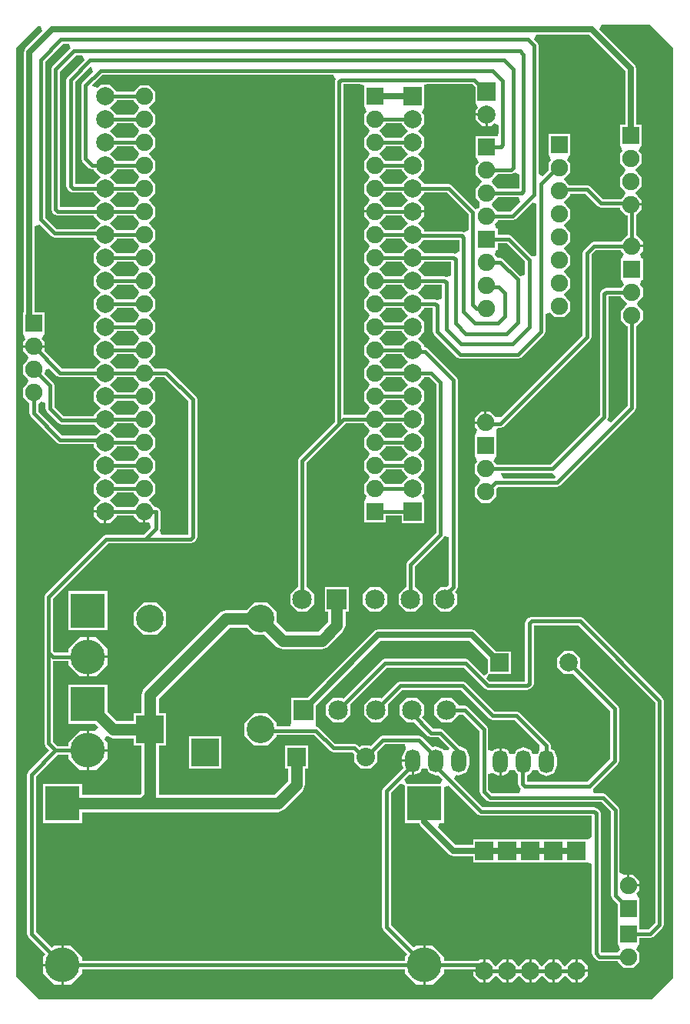
<source format=gbl>
G04*
G04 #@! TF.GenerationSoftware,Altium Limited,Altium Designer,21.3.2 (30)*
G04*
G04 Layer_Physical_Order=2*
G04 Layer_Color=16711680*
%FSTAX25Y25*%
%MOIN*%
G70*
G04*
G04 #@! TF.SameCoordinates,F71A3992-D9C6-49B2-A255-B3BA7863061E*
G04*
G04*
G04 #@! TF.FilePolarity,Positive*
G04*
G01*
G75*
%ADD33C,0.01500*%
%ADD34C,0.02500*%
%ADD35C,0.05000*%
%ADD36R,0.07500X0.07500*%
%ADD37C,0.07500*%
%ADD38C,0.15000*%
%ADD39R,0.15000X0.15000*%
%ADD40R,0.08000X0.08000*%
%ADD41C,0.08000*%
%ADD42C,0.12000*%
%ADD43R,0.12000X0.12000*%
%ADD44R,0.15000X0.15000*%
%ADD45R,0.08500X0.08500*%
%ADD46C,0.08500*%
%ADD47R,0.07500X0.07500*%
%ADD48C,0.07906*%
%ADD49R,0.07906X0.07906*%
%ADD50R,0.07906X0.07906*%
%ADD51O,0.06600X0.10000*%
G36*
X005325Y0392033D02*
X0054972Y0390311D01*
X0055863Y0389D01*
X0054972Y0387689D01*
X005325Y0385967D01*
Y0385914D01*
X0045953D01*
Y0386052D01*
X0044399Y0387605D01*
X0043096Y0389D01*
X0044399Y0390395D01*
X0045953Y0391949D01*
Y0392106D01*
X005325D01*
Y0392033D01*
D02*
G37*
G36*
Y0382032D02*
X0054972Y0380311D01*
X0055863Y0379D01*
X0054972Y0377689D01*
X005325Y0375968D01*
Y0375914D01*
X0045953D01*
Y0376051D01*
X0044399Y0377605D01*
X0043096Y0379D01*
X0044399Y0380395D01*
X0045953Y0381948D01*
Y0382125D01*
X005325D01*
Y0382032D01*
D02*
G37*
G36*
X0169547Y0381948D02*
X0171101Y0380395D01*
X0172404Y0379D01*
X0171101Y0377605D01*
X0169547Y0376051D01*
Y0375894D01*
X016275D01*
Y0375968D01*
X0161028Y0377689D01*
X0160137Y0379D01*
X0161028Y0380311D01*
X016275Y0382032D01*
Y0382106D01*
X0169547D01*
Y0381948D01*
D02*
G37*
G36*
Y0371949D02*
X0171101Y0370395D01*
X0172404Y0369D01*
X0171101Y0367605D01*
X0169547Y0366052D01*
Y0365894D01*
X016275D01*
Y0365967D01*
X0161028Y0367689D01*
X0160137Y0369D01*
X0161028Y0370311D01*
X016275Y0372032D01*
Y0372106D01*
X0169547D01*
Y0371949D01*
D02*
G37*
G36*
X005325Y0372032D02*
X0054972Y0370311D01*
X0055863Y0369D01*
X0054972Y0367689D01*
X005325Y0365967D01*
Y0365894D01*
X0045953D01*
Y0366052D01*
X0044399Y0367605D01*
X0043096Y0369D01*
X0044399Y0370395D01*
X0045953Y0371949D01*
Y0372126D01*
X005325D01*
Y0372032D01*
D02*
G37*
G36*
X0169547Y0361948D02*
X0171101Y0360395D01*
X0172404Y0359D01*
X0171101Y0357605D01*
X0169547Y0356051D01*
Y0355894D01*
X016275D01*
Y0355967D01*
X0161028Y0357689D01*
X0160137Y0359D01*
X0161028Y0360311D01*
X016275Y0362033D01*
Y0362106D01*
X0169547D01*
Y0361948D01*
D02*
G37*
G36*
X005325Y0362033D02*
X0054972Y0360311D01*
X0055863Y0359D01*
X0054972Y0357689D01*
X005325Y0355967D01*
Y0355894D01*
X0045953D01*
Y0356051D01*
X0044399Y0357605D01*
X0043096Y0359D01*
X0044399Y0360395D01*
X0045953Y0361948D01*
Y0362106D01*
X005325D01*
Y0362033D01*
D02*
G37*
G36*
X0035008Y0406516D02*
X0035667Y0404346D01*
X0031161Y0399839D01*
X0030606Y03985D01*
Y0367D01*
X0031161Y0365661D01*
X0034161Y0362661D01*
X00355Y0362106D01*
X0036047D01*
Y0361948D01*
X0037601Y0360395D01*
X0038904Y0359D01*
X0037601Y0357605D01*
X0036047Y0356051D01*
Y0355894D01*
X0027894D01*
Y0400215D01*
X0034329Y0406651D01*
X0035008Y0406516D01*
D02*
G37*
G36*
X0220606Y0359977D02*
Y0353894D01*
X021125D01*
Y0353967D01*
X0209528Y0355689D01*
X0208637Y0357D01*
X0209528Y0358311D01*
X021125Y0360033D01*
Y0360106D01*
X0217121D01*
X0218461Y0360661D01*
X0218606Y0360806D01*
X0220606Y0359977D01*
D02*
G37*
G36*
X0266565Y0404991D02*
Y038175D01*
X026425D01*
Y037225D01*
X0264704D01*
X0265532Y037025D01*
X026425Y0368968D01*
Y0365033D01*
X0265972Y0363311D01*
X0266863Y0362D01*
X0265972Y0360689D01*
X026425Y0358967D01*
Y0355032D01*
X0265972Y0353311D01*
X0266863Y0352D01*
X0265972Y0350689D01*
X0264677Y0349394D01*
X0256785D01*
X0251339Y0354839D01*
X025Y0355394D01*
X0242323D01*
X0241028Y0356689D01*
X0240137Y0358D01*
X0241028Y0359311D01*
X024275Y0361033D01*
Y0364967D01*
X0241467Y036625D01*
X0242296Y036825D01*
X024275D01*
Y037775D01*
X023325D01*
Y036825D01*
X0233704D01*
X0234532Y036625D01*
X023325Y0364967D01*
Y0361929D01*
X0230742Y0359421D01*
X0228894Y0360186D01*
Y0416D01*
X0228339Y0417339D01*
X0227114Y0418565D01*
X0227943Y0420565D01*
X0250991D01*
X0266565Y0404991D01*
D02*
G37*
G36*
X0169547Y0351948D02*
X0171101Y0350395D01*
X0172404Y0349D01*
X0171101Y0347605D01*
X0169547Y0346052D01*
Y0345894D01*
X016275D01*
Y0345968D01*
X0161028Y0347689D01*
X0160137Y0349D01*
X0161028Y0350311D01*
X016275Y0352032D01*
Y0352106D01*
X0169547D01*
Y0351948D01*
D02*
G37*
G36*
X005325Y0352032D02*
X0054972Y0350311D01*
X0055863Y0349D01*
X0054972Y0347689D01*
X005325Y0345968D01*
Y0345894D01*
X0045953D01*
Y0346052D01*
X0044399Y0347605D01*
X0043096Y0349D01*
X0044399Y0350395D01*
X0045953Y0351948D01*
Y0352106D01*
X005325D01*
Y0352032D01*
D02*
G37*
G36*
X0031927Y0409606D02*
X0024661Y0402339D01*
X0024106Y0401D01*
Y0354879D01*
X0024661Y0353539D01*
X0025539Y0352661D01*
X0026879Y0352106D01*
X0036047D01*
Y0351948D01*
X0037601Y0350395D01*
X0038904Y0349D01*
X0037601Y0347605D01*
X0036047Y0346052D01*
Y0345894D01*
X0021412D01*
Y0404733D01*
X0028285Y0411606D01*
X0031099D01*
X0031927Y0409606D01*
D02*
G37*
G36*
X0201547Y0397916D02*
Y0391047D01*
X0201715D01*
X0202543Y0389047D01*
X0201547Y0388052D01*
Y03865D01*
X02065D01*
Y0386D01*
X0207D01*
Y0381047D01*
X0208552D01*
X0209606Y0382102D01*
X0211606Y0381273D01*
Y0378603D01*
X021125Y037675D01*
X020175D01*
Y036725D01*
X0202204D01*
X0203032Y036525D01*
X020175Y0363967D01*
Y0360033D01*
X0203472Y0358311D01*
X0204363Y0357D01*
X0203472Y0355689D01*
X020175Y0353967D01*
Y0350032D01*
X0203472Y0348311D01*
Y0345727D01*
X0201834Y0344845D01*
X0191339Y0355339D01*
X019Y0355894D01*
X0179453D01*
Y0356051D01*
X0177899Y0357605D01*
X0176596Y0359D01*
X0177899Y0360395D01*
X0179453Y0361948D01*
Y0366052D01*
X0177899Y0367605D01*
X0176596Y0369D01*
X0177899Y0370395D01*
X0179453Y0371949D01*
Y0376051D01*
X0177899Y0377605D01*
X0176596Y0379D01*
X0177899Y0380395D01*
X0179453Y0381948D01*
Y0386052D01*
X0178457Y0387047D01*
X0179285Y0389047D01*
X0179453D01*
Y0397106D01*
X0179453Y0398953D01*
X0181389Y0399106D01*
X0200358D01*
X0201547Y0397916D01*
D02*
G37*
G36*
X0221084Y0348106D02*
X0216872Y0343894D01*
X021125D01*
Y0343968D01*
X0209528Y0345689D01*
X0208637Y0347D01*
X0209528Y0348311D01*
X021125Y0350032D01*
Y0350106D01*
X0220255D01*
X0221084Y0348106D01*
D02*
G37*
G36*
X0025745Y0415706D02*
X0025927Y0414606D01*
X0018178Y0406857D01*
X0017624Y0405518D01*
Y0344879D01*
X0018178Y0343539D01*
X0019057Y0342661D01*
X0020396Y0342106D01*
X0036047D01*
Y0341949D01*
X0037601Y0340395D01*
X0038904Y0339D01*
X0037601Y0337605D01*
X003639Y0336394D01*
X0019785D01*
X0014894Y0341285D01*
Y0408854D01*
X0022646Y0416606D01*
X0025314D01*
X0025745Y0415706D01*
D02*
G37*
G36*
X0169547Y0341949D02*
X0171101Y0340395D01*
X0172404Y0339D01*
X0171101Y0337605D01*
X0169547Y0336052D01*
Y0335914D01*
X016275D01*
Y0335967D01*
X0161028Y0337689D01*
X0160137Y0339D01*
X0161028Y0340311D01*
X016275Y0342033D01*
Y0342106D01*
X0169547D01*
Y0341949D01*
D02*
G37*
G36*
X005325Y0342033D02*
X0054972Y0340311D01*
X0055863Y0339D01*
X0054972Y0337689D01*
X005325Y0335967D01*
Y0335894D01*
X0045953D01*
Y0336052D01*
X0044399Y0337605D01*
X0043096Y0339D01*
X0044399Y0340395D01*
X0045953Y0341949D01*
Y0342106D01*
X005325D01*
Y0342033D01*
D02*
G37*
G36*
X0198606Y0342715D02*
Y0336023D01*
X0197909Y0335521D01*
X0196606Y0334986D01*
X0195621Y0335394D01*
X0179453D01*
Y0336052D01*
X0177899Y0337605D01*
X0176596Y0339D01*
X0177899Y0340395D01*
X0179453Y0341949D01*
Y03435D01*
X01745D01*
Y03445D01*
X0179453D01*
Y0346052D01*
X0177899Y0347605D01*
X0176596Y0349D01*
X0177899Y0350395D01*
X0179453Y0351948D01*
Y0352106D01*
X0189215D01*
X0198606Y0342715D01*
D02*
G37*
G36*
X0169547Y0331948D02*
X0171101Y0330395D01*
X0172404Y0329D01*
X0171101Y0327605D01*
X0169547Y0326051D01*
Y0325894D01*
X016275D01*
Y0325968D01*
X0161028Y0327689D01*
X0160137Y0329D01*
X0161028Y0330311D01*
X016275Y0332032D01*
Y0332125D01*
X0169547D01*
Y0331948D01*
D02*
G37*
G36*
X005325Y0332032D02*
X0054972Y0330311D01*
X0055863Y0329D01*
X0054972Y0327689D01*
X005325Y0325968D01*
Y0325894D01*
X0045953D01*
Y0326051D01*
X0044399Y0327605D01*
X0043096Y0329D01*
X0044399Y0330395D01*
X0045953Y0331948D01*
Y0332106D01*
X005325D01*
Y0332032D01*
D02*
G37*
G36*
X0194606Y0326865D02*
X0194531Y0326766D01*
X0192606Y0325693D01*
X0192121Y0325894D01*
X0179453D01*
Y0326051D01*
X0177899Y0327605D01*
X0176596Y0329D01*
X0177899Y0330395D01*
X017911Y0331606D01*
X0194606D01*
Y0326865D01*
D02*
G37*
G36*
X0228106Y0347157D02*
Y0325186D01*
X0227206Y0324755D01*
X0226106Y0324573D01*
X0217339Y0333339D01*
X0216Y0333894D01*
X021125D01*
Y033675D01*
X0210796D01*
X0209967Y033875D01*
X021125Y0340033D01*
Y0340106D01*
X0217657D01*
X0218996Y0340661D01*
X0226258Y0347922D01*
X0228106Y0347157D01*
D02*
G37*
G36*
X0223106Y0322215D02*
Y0316686D01*
X0222206Y0316255D01*
X0221106Y0316073D01*
X0213839Y0323339D01*
X02125Y0323894D01*
X021125D01*
Y0323968D01*
X0209967Y032525D01*
X0210796Y032725D01*
X021125D01*
Y0330106D01*
X0215215D01*
X0223106Y0322215D01*
D02*
G37*
G36*
X0169547Y0321949D02*
X0171101Y0320395D01*
X0172404Y0319D01*
X0171101Y0317605D01*
X0169547Y0316052D01*
Y0315894D01*
X016275D01*
Y0315967D01*
X0161028Y0317689D01*
X0160137Y0319D01*
X0161028Y0320311D01*
X016275Y0322032D01*
Y0322106D01*
X0169547D01*
Y0321949D01*
D02*
G37*
G36*
X005325Y0322032D02*
X0054972Y0320311D01*
X0055863Y0319D01*
X0054972Y0317689D01*
X005325Y0315967D01*
Y0315894D01*
X0045953D01*
Y0316052D01*
X0044399Y0317605D01*
X0043096Y0319D01*
X0044399Y0320395D01*
X0045953Y0321949D01*
Y0322106D01*
X005325D01*
Y0322032D01*
D02*
G37*
G36*
X0191106Y0316523D02*
X0190409Y0316021D01*
X0189106Y0315486D01*
X0188121Y0315894D01*
X0179453D01*
Y0316052D01*
X0177899Y0317605D01*
X0176596Y0319D01*
X0177899Y0320395D01*
X0179453Y0321949D01*
Y0322106D01*
X0191106D01*
Y0316523D01*
D02*
G37*
G36*
X0169547Y0311948D02*
X0171101Y0310395D01*
X0172404Y0309D01*
X0171101Y0307605D01*
X0169547Y0306051D01*
Y0305914D01*
X016275D01*
Y0305967D01*
X0161028Y0307689D01*
X0160137Y0309D01*
X0161028Y0310311D01*
X016275Y0312033D01*
Y0312106D01*
X0169547D01*
Y0311948D01*
D02*
G37*
G36*
X005325Y0312033D02*
X0054972Y0310311D01*
X0055863Y0309D01*
X0054972Y0307689D01*
X005325Y0305967D01*
Y0305894D01*
X0045953D01*
Y0306051D01*
X0044399Y0307605D01*
X0043096Y0309D01*
X0044399Y0310395D01*
X0045953Y0311948D01*
Y0312106D01*
X005325D01*
Y0312033D01*
D02*
G37*
G36*
X0187106Y0306523D02*
X0186409Y0306021D01*
X0185106Y0305486D01*
X0184121Y0305894D01*
X0179453D01*
Y0306051D01*
X0177899Y0307605D01*
X0176596Y0309D01*
X0177899Y0310395D01*
X0179453Y0311948D01*
Y0312106D01*
X0187106D01*
Y0306523D01*
D02*
G37*
G36*
X0169547Y0301948D02*
X0171101Y0300395D01*
X0172404Y0299D01*
X0171101Y0297605D01*
X0169547Y0296052D01*
Y0295914D01*
X016275D01*
Y0295968D01*
X0161028Y0297689D01*
X0160137Y0299D01*
X0161028Y0300311D01*
X016275Y0302032D01*
Y0302126D01*
X0169547D01*
Y0301948D01*
D02*
G37*
G36*
X005325Y0302032D02*
X0054972Y0300311D01*
X0055863Y0299D01*
X0054972Y0297689D01*
X005325Y0295968D01*
Y0295914D01*
X0045953D01*
Y0296052D01*
X0044399Y0297605D01*
X0043096Y0299D01*
X0044399Y0300395D01*
X0045953Y0301948D01*
Y0302106D01*
X005325D01*
Y0302032D01*
D02*
G37*
G36*
X0169547Y0291949D02*
X0171101Y0290395D01*
X0172404Y0289D01*
X0171101Y0287605D01*
X0169547Y0286052D01*
Y0285914D01*
X016275D01*
Y0285967D01*
X0161028Y0287689D01*
X0160137Y0289D01*
X0161028Y0290311D01*
X016275Y0292033D01*
Y0292126D01*
X0169547D01*
Y0291949D01*
D02*
G37*
G36*
X005325Y0292033D02*
X0054972Y0290311D01*
X0055863Y0289D01*
X0054972Y0287689D01*
X005325Y0285967D01*
Y0285894D01*
X0045953D01*
Y0286052D01*
X0044399Y0287605D01*
X0043096Y0289D01*
X0044399Y0290395D01*
X0045953Y0291949D01*
Y0292126D01*
X005325D01*
Y0292033D01*
D02*
G37*
G36*
X0169547Y0281948D02*
X0171101Y0280395D01*
X0172404Y0279D01*
X0171101Y0277605D01*
X0169547Y0276051D01*
Y0275914D01*
X016275D01*
Y0275968D01*
X0161028Y0277689D01*
X0160137Y0279D01*
X0161028Y0280311D01*
X016275Y0282032D01*
Y0282125D01*
X0169547D01*
Y0281948D01*
D02*
G37*
G36*
X005325Y0282032D02*
X0054972Y0280311D01*
X0055863Y0279D01*
X0054972Y0277689D01*
X005325Y0275968D01*
Y0275894D01*
X0045953D01*
Y0276051D01*
X0044399Y0277605D01*
X0043096Y0279D01*
X0044399Y0280395D01*
X0045953Y0281948D01*
Y0282106D01*
X005325D01*
Y0282032D01*
D02*
G37*
G36*
X0169547Y0271949D02*
X0171101Y0270395D01*
X0172404Y0269D01*
X0171101Y0267605D01*
X0169547Y0266052D01*
Y0265894D01*
X016275D01*
Y0265967D01*
X0161028Y0267689D01*
X0160137Y0269D01*
X0161028Y0270311D01*
X016275Y0272032D01*
Y0272126D01*
X0169547D01*
Y0271949D01*
D02*
G37*
G36*
X005325Y0272032D02*
X0054972Y0270311D01*
X0055863Y0269D01*
X0054972Y0267689D01*
X005325Y0265967D01*
Y0265673D01*
X0045953D01*
Y0266052D01*
X0044399Y0267605D01*
X0043096Y0269D01*
X0044399Y0270395D01*
X0045953Y0271949D01*
Y0272106D01*
X005325D01*
Y0272032D01*
D02*
G37*
G36*
X0054972Y0260311D02*
X0055863Y0259D01*
X0054972Y0257689D01*
X005325Y0255967D01*
Y0255914D01*
X0045953D01*
Y0256051D01*
X0044399Y0257605D01*
X0043096Y0259D01*
X0044399Y0260395D01*
X0045889Y0261885D01*
X0053398D01*
X0054972Y0260311D01*
D02*
G37*
G36*
X0169547Y0261948D02*
X0171101Y0260395D01*
X0172404Y0259D01*
X0171101Y0257605D01*
X0169547Y0256051D01*
Y0255894D01*
X016275D01*
Y0255967D01*
X0161028Y0257689D01*
X0160137Y0259D01*
X0161028Y0260311D01*
X016275Y0262033D01*
Y0262106D01*
X0169547D01*
Y0261948D01*
D02*
G37*
G36*
X015325Y039875D02*
X015325Y0397106D01*
Y038925D01*
X0153704D01*
X0154533Y038725D01*
X015325Y0385967D01*
Y0382032D01*
X0154972Y0380311D01*
X0155863Y0379D01*
X0154972Y0377689D01*
X015325Y0375968D01*
Y0372032D01*
X0154972Y0370311D01*
X0155863Y0369D01*
X0154972Y0367689D01*
X015325Y0365967D01*
Y0362033D01*
X0154972Y0360311D01*
X0155863Y0359D01*
X0154972Y0357689D01*
X015325Y0355967D01*
Y0352032D01*
X0154972Y0350311D01*
X0155863Y0349D01*
X0154972Y0347689D01*
X015325Y0345968D01*
Y03445D01*
X0158D01*
Y03435D01*
X015325D01*
Y0342033D01*
X0154972Y0340311D01*
X0155863Y0339D01*
X0154972Y0337689D01*
X015325Y0335967D01*
Y0332032D01*
X0154972Y0330311D01*
X0155863Y0329D01*
X0154972Y0327689D01*
X015325Y0325968D01*
Y0322032D01*
X0154972Y0320311D01*
X0155863Y0319D01*
X0154972Y0317689D01*
X015325Y0315967D01*
Y0312033D01*
X0154972Y0310311D01*
X0155863Y0309D01*
X0154972Y0307689D01*
X015325Y0305967D01*
Y0302032D01*
X0154972Y0300311D01*
X0155863Y0299D01*
X0154972Y0297689D01*
X015325Y0295968D01*
Y0292033D01*
X0154972Y0290311D01*
X0155863Y0289D01*
X0154972Y0287689D01*
X015325Y0285967D01*
Y0282032D01*
X0154972Y0280311D01*
X0155863Y0279D01*
X0154972Y0277689D01*
X015325Y0275968D01*
Y0272032D01*
X0154972Y0270311D01*
X0155863Y0269D01*
X0154972Y0267689D01*
X015325Y0265967D01*
Y0262033D01*
X0154972Y0260311D01*
X0155863Y0259D01*
X0154972Y0257689D01*
X015325Y0255967D01*
Y0255894D01*
X01445D01*
X0144394Y0255965D01*
Y0399106D01*
X0151397D01*
X015325Y039875D01*
D02*
G37*
G36*
X0020161Y0272661D02*
X00215Y0272106D01*
X0036047D01*
Y0271949D01*
X0037601Y0270395D01*
X0038904Y0269D01*
X0037601Y0267605D01*
X0036047Y0266052D01*
Y0261948D01*
X0037601Y0260395D01*
X0038904Y0259D01*
X0037601Y0257605D01*
X0036047Y0256051D01*
Y0255394D01*
X0022785D01*
X0018894Y0259285D01*
Y02685D01*
X0018339Y0269839D01*
X0014784Y0273395D01*
X0015011Y0275351D01*
X001675Y0276071D01*
X0020161Y0272661D01*
D02*
G37*
G36*
X02875Y0415D02*
Y0012D01*
X0278Y00025D01*
X00125D01*
X00025Y00125D01*
Y0415D01*
X001188Y042438D01*
X0012957Y0424229D01*
X0013666Y0422111D01*
X0006278Y0414722D01*
X0005565Y0413D01*
Y030025D01*
X000525D01*
Y029075D01*
X0005704D01*
X0006532Y028875D01*
X000525Y0287468D01*
Y0286D01*
X001D01*
X001475D01*
Y0287468D01*
X0013467Y028875D01*
X0014296Y029075D01*
X001475D01*
Y030025D01*
X0010435D01*
Y0337557D01*
X0012435Y0338386D01*
X0017661Y0333161D01*
X0019Y0332606D01*
X0036047D01*
Y0331948D01*
X0037601Y0330395D01*
X0038904Y0329D01*
X0037601Y0327605D01*
X0036047Y0326051D01*
Y0321949D01*
X0037601Y0320395D01*
X0038904Y0319D01*
X0037601Y0317605D01*
X0036047Y0316052D01*
Y0311948D01*
X0037601Y0310395D01*
X0038904Y0309D01*
X0037601Y0307605D01*
X0036047Y0306051D01*
Y0301948D01*
X0037601Y0300395D01*
X0038904Y0299D01*
X0037601Y0297605D01*
X0036047Y0296052D01*
Y0291949D01*
X0037601Y0290395D01*
X0038904Y0289D01*
X0037601Y0287605D01*
X0036047Y0286052D01*
Y0281948D01*
X0037601Y0280395D01*
X0038904Y0279D01*
X0037601Y0277605D01*
X0036047Y0276051D01*
Y0275894D01*
X0022285D01*
X0014698Y0283481D01*
X001475Y0283533D01*
Y0285D01*
X001D01*
X000525D01*
Y0283533D01*
X0006972Y0281811D01*
X0007863Y02805D01*
X0006972Y0279189D01*
X000525Y0277467D01*
Y0273533D01*
X0006972Y0271811D01*
X0007863Y02705D01*
X0006972Y0269189D01*
X000525Y0267467D01*
Y0263532D01*
X0008032Y026075D01*
X0008106D01*
Y02565D01*
X0008661Y0255161D01*
X0020161Y0243661D01*
X00215Y0243106D01*
X0036047D01*
Y0241949D01*
X0037601Y0240395D01*
X0038904Y0239D01*
X0037601Y0237605D01*
X0036047Y0236052D01*
Y0231948D01*
X0037601Y0230395D01*
X0038904Y0229D01*
X0037601Y0227605D01*
X0036047Y0226051D01*
Y0221949D01*
X0037601Y0220395D01*
X0038904Y0219D01*
X0037601Y0217605D01*
X0036047Y0216052D01*
Y02145D01*
X0041D01*
Y0214D01*
X00415D01*
Y0209047D01*
X0043051D01*
X0045953Y0211948D01*
Y0212106D01*
X005325D01*
Y0212033D01*
X0056033Y020925D01*
X00575D01*
Y0214D01*
X00585D01*
Y020925D01*
X0059967D01*
X0060495Y0209032D01*
X0060752Y0206931D01*
X0057715Y0203894D01*
X00415D01*
X0040161Y0203339D01*
X0015161Y0178339D01*
X0014606Y0177D01*
Y0152879D01*
Y01135D01*
X0015161Y0112161D01*
X0016821Y01105D01*
X0007661Y0101339D01*
X0007106Y01D01*
Y0031D01*
X0007661Y0029661D01*
X001515Y0022171D01*
X0014Y0021021D01*
Y0018D01*
X0022D01*
Y0026D01*
X0018979D01*
X0017829Y002485D01*
X0010894Y0031785D01*
Y0099215D01*
X0020285Y0108606D01*
X0025D01*
Y0106979D01*
X0029979Y0102D01*
X0033D01*
Y01105D01*
Y0119D01*
X0029979D01*
X0025Y0114021D01*
Y0112394D01*
X0020285D01*
X0018394Y0114285D01*
Y0149106D01*
X0025D01*
Y0147479D01*
X0029979Y01425D01*
X0033D01*
Y0151D01*
Y01595D01*
X0029979D01*
X0025Y0154521D01*
Y0152894D01*
X0019163D01*
X0018394Y0153663D01*
Y0176215D01*
X0042285Y0200106D01*
X0078121D01*
X0079461Y0200661D01*
X0080339Y0201539D01*
X0080894Y0202879D01*
Y02625D01*
X0080339Y0263839D01*
X0068839Y027534D01*
X00675Y0275894D01*
X006275D01*
Y0275968D01*
X0061028Y0277689D01*
X0060137Y0279D01*
X0061028Y0280311D01*
X006275Y0282032D01*
Y0285967D01*
X0061028Y0287689D01*
X0060137Y0289D01*
X0061028Y0290311D01*
X006275Y0292033D01*
Y0295968D01*
X0061028Y0297689D01*
X0060137Y0299D01*
X0061028Y0300311D01*
X006275Y0302032D01*
Y0305967D01*
X0061028Y0307689D01*
X0060137Y0309D01*
X0061028Y0310311D01*
X006275Y0312033D01*
Y0315967D01*
X0061028Y0317689D01*
X0060137Y0319D01*
X0061028Y0320311D01*
X006275Y0322032D01*
Y0325968D01*
X0061028Y0327689D01*
X0060137Y0329D01*
X0061028Y0330311D01*
X006275Y0332032D01*
Y0335967D01*
X0061028Y0337689D01*
X0060137Y0339D01*
X0061028Y0340311D01*
X006275Y0342033D01*
Y0345968D01*
X0061028Y0347689D01*
X0060137Y0349D01*
X0061028Y0350311D01*
X006275Y0352032D01*
Y0355967D01*
X0061028Y0357689D01*
X0060137Y0359D01*
X0061028Y0360311D01*
X006275Y0362033D01*
Y0365967D01*
X0061028Y0367689D01*
X0060137Y0369D01*
X0061028Y0370311D01*
X006275Y0372032D01*
Y0375968D01*
X0061028Y0377689D01*
X0060137Y0379D01*
X0061028Y0380311D01*
X006275Y0382032D01*
Y0385967D01*
X0061028Y0387689D01*
X0060137Y0389D01*
X0061028Y0390311D01*
X006275Y0392033D01*
Y0395968D01*
X0059967Y039875D01*
X0056033D01*
X005325Y0395968D01*
Y0395894D01*
X0045953D01*
Y0396052D01*
X0043051Y0398953D01*
X0038949D01*
X0037732Y0397736D01*
X0035491Y0398324D01*
X0035384Y0398706D01*
X0039785Y0403106D01*
X0139977D01*
X0140479Y0402409D01*
X0141014Y0401106D01*
X0140606Y0400121D01*
Y0252785D01*
X0125161Y0237339D01*
X0124606Y0236D01*
Y018125D01*
X0124325D01*
X012125Y0178175D01*
Y0173825D01*
X0124325Y017075D01*
X0128675D01*
X013175Y0173825D01*
Y0178175D01*
X0128675Y018125D01*
X0128394D01*
Y0235215D01*
X0143839Y0250661D01*
X0143839Y0250661D01*
X0145285Y0252106D01*
X015325D01*
Y0252032D01*
X0154972Y0250311D01*
X0155863Y0249D01*
X0154972Y0247689D01*
X015325Y0245968D01*
Y0242033D01*
X0154972Y0240311D01*
X0155863Y0239D01*
X0154972Y0237689D01*
X015325Y0235967D01*
Y0232032D01*
X0154972Y0230311D01*
X0155863Y0229D01*
X0154972Y0227689D01*
X015325Y0225968D01*
Y0222032D01*
X0154533Y022075D01*
X0153704Y021875D01*
X015325D01*
Y020925D01*
X016275D01*
Y0212106D01*
X0169547D01*
Y0209047D01*
X0179453D01*
Y0218953D01*
X0179285D01*
X0178457Y0220953D01*
X0179453Y0221949D01*
Y0226051D01*
X0177899Y0227605D01*
X0176596Y0229D01*
X0177899Y0230395D01*
X0179453Y0231948D01*
Y0236052D01*
X0177899Y0237605D01*
X0176596Y0239D01*
X0177899Y0240395D01*
X0179453Y0241949D01*
Y0246052D01*
X0177899Y0247605D01*
X0176596Y0249D01*
X0177899Y0250395D01*
X0179453Y0251948D01*
Y0256051D01*
X0177899Y0257605D01*
X0176596Y0259D01*
X0177899Y0260395D01*
X0179453Y0261948D01*
Y0266052D01*
X0177899Y0267605D01*
X0176596Y0269D01*
X0177899Y0270395D01*
X0179453Y0271949D01*
Y0272106D01*
X0181715D01*
X0184606Y0269215D01*
Y0204785D01*
X0172661Y0192839D01*
X0172514Y0192486D01*
X0172161Y0192339D01*
X0171606Y0191D01*
Y018125D01*
X0171325D01*
X016825Y0178175D01*
Y0173825D01*
X0171325Y017075D01*
X0175675D01*
X017875Y0173825D01*
Y0178175D01*
X0175675Y018125D01*
X0175394D01*
Y0190215D01*
X0187839Y0202661D01*
X0188106Y0203304D01*
X0190106Y0202906D01*
Y0182179D01*
X0189177Y018125D01*
X0186325D01*
X018325Y0178175D01*
Y0173825D01*
X0186325Y017075D01*
X0190675D01*
X019375Y0173825D01*
Y0178175D01*
X0192605Y017932D01*
X0193339Y0180055D01*
X0193894Y0181394D01*
Y0271D01*
X0193339Y0272339D01*
X0180975Y0284703D01*
X0179636Y0285258D01*
X0179453D01*
Y0286052D01*
X0177899Y0287605D01*
X0176596Y0289D01*
X0177899Y0290395D01*
X0179453Y0291949D01*
Y0296052D01*
X0177899Y0297605D01*
X0176596Y0299D01*
X0177899Y0300395D01*
X0179453Y0301948D01*
Y0302106D01*
X0183106D01*
Y0292D01*
X0183661Y0290661D01*
X0193661Y0280661D01*
X0195Y0280106D01*
X022D01*
X0221339Y0280661D01*
X0231339Y0290661D01*
X0231894Y0292D01*
Y029956D01*
X0233894Y0300388D01*
X0236033Y029825D01*
X0239967D01*
X024275Y0301032D01*
Y0304967D01*
X0241028Y0306689D01*
X0240137Y0308D01*
X0241028Y0309311D01*
X024275Y0311033D01*
Y0314967D01*
X0241028Y0316689D01*
X0240137Y0318D01*
X0241028Y0319311D01*
X024275Y0321033D01*
Y0324968D01*
X0241028Y0326689D01*
X0240137Y0328D01*
X0241028Y0329311D01*
X024275Y0331032D01*
Y0334967D01*
X0241028Y0336689D01*
X0240137Y0338D01*
X0241028Y0339311D01*
X024275Y0341033D01*
Y0344968D01*
X0241028Y0346689D01*
X0240137Y0348D01*
X0241028Y0349311D01*
X024275Y0351032D01*
Y0351606D01*
X0249215D01*
X0254661Y0346161D01*
X0256Y0345606D01*
X026425D01*
Y0345033D01*
X0267033Y034225D01*
X0267606D01*
Y033375D01*
X0267532D01*
X026475Y0330967D01*
Y0330894D01*
X0253D01*
X0251661Y0330339D01*
X0248661Y0327339D01*
X0248106Y0326D01*
Y0290285D01*
X0212615Y0254794D01*
X0210186Y0255031D01*
X0207967Y025725D01*
X02065D01*
Y02525D01*
X0206D01*
Y0252D01*
X020125D01*
Y0250533D01*
X0202533Y024925D01*
X0201704Y024725D01*
X020125D01*
Y023775D01*
X0201704D01*
X0202533Y023575D01*
X020125Y0234468D01*
Y0230533D01*
X0202972Y0228811D01*
X0203863Y02275D01*
X0202972Y0226189D01*
X020125Y0224467D01*
Y0220532D01*
X0204032Y021775D01*
X0207967D01*
X021075Y0220532D01*
Y0224071D01*
X0211285Y0224606D01*
X0237D01*
X0238339Y0225161D01*
X0270839Y0257661D01*
X0271394Y0259D01*
Y029425D01*
X0271467D01*
X027425Y0297032D01*
Y0300968D01*
X0272528Y0302689D01*
X0271637Y0304D01*
X0272528Y0305311D01*
X027425Y0307032D01*
Y0310967D01*
X0272968Y031225D01*
X0273796Y031425D01*
X027425D01*
Y032375D01*
X0273796D01*
X0272968Y032575D01*
X027425Y0327032D01*
Y03285D01*
X02695D01*
Y03295D01*
X027425D01*
Y0330967D01*
X0271467Y033375D01*
X0271394D01*
Y0342677D01*
X027375Y0345033D01*
Y03465D01*
X0269D01*
Y03475D01*
X027375D01*
Y0348968D01*
X0272028Y0350689D01*
X0271137Y0352D01*
X0272028Y0353311D01*
X027375Y0355032D01*
Y0358967D01*
X0272028Y0360689D01*
X0271137Y0362D01*
X0272028Y0363311D01*
X027375Y0365033D01*
Y0368968D01*
X0272467Y037025D01*
X0273296Y037225D01*
X027375D01*
Y038175D01*
X0271435D01*
Y0406D01*
X0270722Y0407722D01*
X0255444Y0423D01*
X0256273Y0425D01*
X02775D01*
X02875Y0415D01*
D02*
G37*
G36*
X026475Y0307032D02*
X0266472Y0305311D01*
X0267363Y0304D01*
X0266472Y0302689D01*
X026475Y0300968D01*
Y0297032D01*
X0267532Y029425D01*
X0267606D01*
Y0259785D01*
X0260385Y0252564D01*
X0258839Y0253661D01*
X0259394Y0255D01*
Y0307106D01*
X026475D01*
Y0307032D01*
D02*
G37*
G36*
X0015106Y0260836D02*
Y02585D01*
X0015661Y0257161D01*
X0020661Y0252161D01*
X0022Y0251606D01*
X003639D01*
X0037601Y0250395D01*
X0038904Y0249D01*
X0037601Y0247605D01*
X003689Y0246894D01*
X0022285D01*
X0011894Y0257285D01*
Y0260487D01*
X0013333Y0261609D01*
X0015106Y0260836D01*
D02*
G37*
G36*
X005325Y0252032D02*
X0054972Y0250311D01*
X0055863Y0249D01*
X0054972Y0247689D01*
X005325Y0245968D01*
Y0245914D01*
X0045953D01*
Y0246052D01*
X0044399Y0247605D01*
X0043096Y0249D01*
X0044399Y0250395D01*
X0045953Y0251948D01*
Y0252126D01*
X005325D01*
Y0252032D01*
D02*
G37*
G36*
X0169547Y0251948D02*
X0171101Y0250395D01*
X0172404Y0249D01*
X0171101Y0247605D01*
X0169547Y0246052D01*
Y0245894D01*
X016275D01*
Y0245968D01*
X0161028Y0247689D01*
X0160137Y0249D01*
X0161028Y0250311D01*
X016275Y0252032D01*
Y0252106D01*
X0169547D01*
Y0251948D01*
D02*
G37*
G36*
Y0241949D02*
X0171101Y0240395D01*
X0172404Y0239D01*
X0171101Y0237605D01*
X0169547Y0236052D01*
Y0235894D01*
X016275D01*
Y0235967D01*
X0161028Y0237689D01*
X0160137Y0239D01*
X0161028Y0240311D01*
X016275Y0242033D01*
Y0242106D01*
X0169547D01*
Y0241949D01*
D02*
G37*
G36*
X005325Y0242033D02*
X0054972Y0240311D01*
X0055863Y0239D01*
X0054972Y0237689D01*
X005325Y0235967D01*
Y0235894D01*
X0045953D01*
Y0236052D01*
X0044399Y0237605D01*
X0043096Y0239D01*
X0044399Y0240395D01*
X0045953Y0241949D01*
Y0242126D01*
X005325D01*
Y0242033D01*
D02*
G37*
G36*
X026475Y0327032D02*
X0266033Y032575D01*
X0265204Y032375D01*
X026475D01*
Y031425D01*
X0265204D01*
X0266033Y031225D01*
X026475Y0310967D01*
Y0310894D01*
X0258379D01*
X0257039Y0310339D01*
X0256161Y0309461D01*
X0255606Y0308121D01*
Y0255785D01*
X0234215Y0234394D01*
X021075D01*
Y0234468D01*
X0209468Y023575D01*
X0210296Y023775D01*
X021075D01*
Y024725D01*
X021075D01*
X021058Y024925D01*
X0211225Y0250106D01*
X02125D01*
X0213839Y0250661D01*
X0251339Y0288161D01*
X0251894Y02895D01*
Y0325215D01*
X0253785Y0327106D01*
X026475D01*
Y0327032D01*
D02*
G37*
G36*
X0236393Y0229018D02*
X0235906Y0228394D01*
X0213616D01*
X0212547Y0230394D01*
X0212689Y0230606D01*
X0235D01*
X023514Y0230664D01*
X0236393Y0229018D01*
D02*
G37*
G36*
X0169547Y0231948D02*
X0171101Y0230395D01*
X0172404Y0229D01*
X0171101Y0227605D01*
X0169547Y0226051D01*
Y0225914D01*
X016275D01*
Y0225968D01*
X0161028Y0227689D01*
X0160137Y0229D01*
X0161028Y0230311D01*
X016275Y0232032D01*
Y0232106D01*
X0169547D01*
Y0231948D01*
D02*
G37*
G36*
X005325Y0232032D02*
X0054972Y0230311D01*
X0055863Y0229D01*
X0054972Y0227689D01*
X005325Y0225968D01*
Y0225894D01*
X0045953D01*
Y0226051D01*
X0044399Y0227605D01*
X0043096Y0229D01*
X0044399Y0230395D01*
X0045953Y0231948D01*
Y0232106D01*
X005325D01*
Y0232032D01*
D02*
G37*
G36*
Y0222032D02*
X0054972Y0220311D01*
X0055863Y0219D01*
X0054972Y0217689D01*
X005325Y0215967D01*
Y0215894D01*
X0045953D01*
Y0216052D01*
X0044399Y0217605D01*
X0043096Y0219D01*
X0044399Y0220395D01*
X0045953Y0221949D01*
Y0222106D01*
X005325D01*
Y0222032D01*
D02*
G37*
G36*
X0077106Y0261715D02*
Y0203894D01*
X0065686D01*
X0065152Y0204642D01*
X0064643Y0205894D01*
X0064894Y02065D01*
Y0214D01*
X0064339Y0215339D01*
X0063Y0215894D01*
X006275D01*
Y0215967D01*
X0061028Y0217689D01*
X0060137Y0219D01*
X0061028Y0220311D01*
X006275Y0222032D01*
Y0225968D01*
X0061028Y0227689D01*
X0060137Y0229D01*
X0061028Y0230311D01*
X006275Y0232032D01*
Y0235967D01*
X0061028Y0237689D01*
X0060137Y0239D01*
X0061028Y0240311D01*
X006275Y0242033D01*
Y0245968D01*
X0061028Y0247689D01*
X0060137Y0249D01*
X0061028Y0250311D01*
X006275Y0252032D01*
Y0255967D01*
X0061028Y0257689D01*
X0060137Y0259D01*
X0061028Y0260311D01*
X006275Y0262033D01*
Y0265967D01*
X0061028Y0267689D01*
X0060137Y0269D01*
X0061028Y0270311D01*
X006275Y0272032D01*
Y0272106D01*
X0066715D01*
X0077106Y0261715D01*
D02*
G37*
%LPC*%
G36*
X0206Y03855D02*
X0201547D01*
Y0383948D01*
X0204449Y0381047D01*
X0206D01*
Y03855D01*
D02*
G37*
G36*
X02055Y025725D02*
X0204032D01*
X020125Y0254468D01*
Y0253D01*
X02055D01*
Y025725D01*
D02*
G37*
G36*
X00405Y02135D02*
X0036047D01*
Y0211948D01*
X0038949Y0209047D01*
X00405D01*
Y02135D01*
D02*
G37*
G36*
X0160175Y018125D02*
X0155825D01*
X015275Y0178175D01*
Y0173825D01*
X0155825Y017075D01*
X0160175D01*
X016325Y0173825D01*
Y0178175D01*
X0160175Y018125D01*
D02*
G37*
G36*
X0042Y01795D02*
X0025D01*
Y01625D01*
X0042D01*
Y01795D01*
D02*
G37*
G36*
X014675Y018125D02*
X013625D01*
Y017075D01*
X0137712D01*
Y0166069D01*
X0133431Y0161788D01*
X0119569D01*
X01155Y0165858D01*
Y0170399D01*
X0111399Y01745D01*
X0105601D01*
X0102389Y0171288D01*
X00935D01*
X0090821Y0170179D01*
X0057821Y0137179D01*
X0056712Y01345D01*
Y01265D01*
X00535D01*
Y0123288D01*
X0046069D01*
X0042Y0127358D01*
Y0139D01*
X0025D01*
Y0122D01*
X0036642D01*
X0038082Y012056D01*
X0036814Y0119D01*
X0034D01*
Y0111D01*
X0042D01*
Y0114021D01*
X004076Y0115261D01*
X0041821Y0116821D01*
X00445Y0115712D01*
X00535D01*
Y01125D01*
X0056712D01*
Y0092069D01*
X0055931Y0091288D01*
X0031D01*
Y0096D01*
X0014D01*
Y0079D01*
X0031D01*
Y0083712D01*
X0116D01*
X0118679Y0084821D01*
X0126679Y0092821D01*
X0127788Y00955D01*
Y01025D01*
X0129D01*
Y01125D01*
X0119D01*
Y01025D01*
X0120212D01*
Y0097069D01*
X0114431Y0091288D01*
X0064288D01*
Y01125D01*
X00675D01*
Y01265D01*
X0064288D01*
Y0132931D01*
X0095069Y0163712D01*
X0102389D01*
X0105601Y01605D01*
X0110142D01*
X0115321Y0155321D01*
X0118Y0154212D01*
X0135D01*
X0137679Y0155321D01*
X0144179Y0161821D01*
X0145288Y01645D01*
Y017075D01*
X014675D01*
Y018125D01*
D02*
G37*
G36*
X0063399Y01745D02*
X00576D01*
X00535Y0170399D01*
Y0164601D01*
X00576Y01605D01*
X0063399D01*
X00675Y0164601D01*
Y0170399D01*
X0063399Y01745D01*
D02*
G37*
G36*
X0037021Y01595D02*
X0034D01*
Y01515D01*
X0042D01*
Y0154521D01*
X0037021Y01595D01*
D02*
G37*
G36*
X0042Y01505D02*
X0034D01*
Y01425D01*
X0037021D01*
X0042Y0147479D01*
Y01505D01*
D02*
G37*
G36*
X0247Y0168394D02*
X0225879D01*
X0224539Y0167839D01*
X0223661Y0166961D01*
X0223106Y0165621D01*
Y0140394D01*
X0207785D01*
X0206423Y0141756D01*
X020751Y0143497D01*
X0216953D01*
Y0153403D01*
X0210491D01*
X0201672Y0162222D01*
X019995Y0162935D01*
X01595D01*
X0157778Y0162222D01*
X0128806Y013325D01*
X012175D01*
Y0122894D01*
X012175Y012275D01*
X0121402Y0120894D01*
X01155D01*
Y0122399D01*
X0111399Y01265D01*
X0105601D01*
X01015Y0122399D01*
Y0116601D01*
X0105601Y01125D01*
X0111399D01*
X01155Y0116601D01*
Y0117106D01*
X0131715D01*
X0138661Y0110161D01*
X014Y0109606D01*
X0148377D01*
X0149Y0108982D01*
Y0105429D01*
X0151929Y01025D01*
X0156071D01*
X0159Y0105429D01*
Y0109571D01*
X0158875Y0109696D01*
X0162285Y0113106D01*
X0171088D01*
X0171486Y0111106D01*
X0171209Y0110991D01*
X0169846Y01077D01*
Y01065D01*
X01745D01*
Y0106D01*
X0175D01*
Y0099853D01*
X0177791Y0101009D01*
X0178418Y0102522D01*
X0180582D01*
X0181209Y0101009D01*
X01845Y0099646D01*
X0185331Y009999D01*
X0187321Y0098D01*
X0186493Y0096D01*
X0171707D01*
X0170793Y0097914D01*
X0173103Y0100224D01*
X0174Y0099853D01*
Y01055D01*
X0169846D01*
Y01043D01*
X0170424Y0102903D01*
X0161661Y0094139D01*
X0161106Y00928D01*
Y0034D01*
X0161661Y0032661D01*
X017215Y0022171D01*
X0171Y0021021D01*
Y0019394D01*
X0031D01*
Y0021021D01*
X0026021Y0026D01*
X0023D01*
Y00175D01*
Y0009D01*
X0026021D01*
X0031Y0013979D01*
Y0015606D01*
X0171D01*
Y0013979D01*
X0175979Y0009D01*
X0179D01*
Y00175D01*
Y0026D01*
X0175979D01*
X0174829Y002485D01*
X0164894Y0034785D01*
Y0092015D01*
X0169086Y0096207D01*
X0171Y0095293D01*
Y0079D01*
X0177272D01*
X0177778Y0077778D01*
X0190278Y0065278D01*
X0192Y0064565D01*
X0200547D01*
Y0062047D01*
X0210453D01*
Y0062047D01*
X0210547D01*
Y0062047D01*
X0220453D01*
Y0062047D01*
X0220547D01*
Y0062047D01*
X0230453D01*
Y0062047D01*
X0230547D01*
Y0062047D01*
X0240453D01*
Y0062047D01*
X0240547D01*
Y0062047D01*
X0250106D01*
X0250453Y0062047D01*
X0252106Y006121D01*
Y00225D01*
X0252661Y0021161D01*
X0254161Y0019661D01*
X02555Y0019106D01*
X026325D01*
Y0019033D01*
X0266033Y001625D01*
X0269968D01*
X027275Y0019033D01*
Y0022967D01*
X0271467Y002425D01*
X0272296Y002625D01*
X027275D01*
Y0029106D01*
X02775D01*
X0278839Y0029661D01*
X0282839Y0033661D01*
X0283394Y0035D01*
Y0132D01*
X0282839Y0133339D01*
X0248339Y0167839D01*
X0247Y0168394D01*
D02*
G37*
G36*
X00915Y01165D02*
X00775D01*
Y01025D01*
X00915D01*
Y01165D01*
D02*
G37*
G36*
X0042Y011D02*
X0034D01*
Y0102D01*
X0037021D01*
X0042Y0106979D01*
Y011D01*
D02*
G37*
G36*
X0235Y0019953D02*
X0233449D01*
X0231895Y0018399D01*
X02305Y0017096D01*
X0229105Y0018399D01*
X0227552Y0019953D01*
X0226D01*
Y0015D01*
Y0010047D01*
X0227552D01*
X0229105Y0011601D01*
X02305Y0012904D01*
X0231895Y0011601D01*
X0233449Y0010047D01*
X0235D01*
Y0015D01*
Y0019953D01*
D02*
G37*
G36*
X0225D02*
X0223448D01*
X0221895Y0018399D01*
X02205Y0017096D01*
X0219105Y0018399D01*
X0217551Y0019953D01*
X0216D01*
Y0015D01*
Y0010047D01*
X0217551D01*
X0219105Y0011601D01*
X02205Y0012904D01*
X0221895Y0011601D01*
X0223448Y0010047D01*
X0225D01*
Y0015D01*
Y0019953D01*
D02*
G37*
G36*
X0215D02*
X0213449D01*
X0211895Y0018399D01*
X02105Y0017096D01*
X0209105Y0018399D01*
X0207552Y0019953D01*
X0206D01*
Y0015D01*
Y0010047D01*
X0207552D01*
X0209105Y0011601D01*
X02105Y0012904D01*
X0211895Y0011601D01*
X0213449Y0010047D01*
X0215D01*
Y0015D01*
Y0019953D01*
D02*
G37*
G36*
X0245D02*
X0243448D01*
X0241895Y0018399D01*
X02405Y0017096D01*
X0239105Y0018399D01*
X0237551Y0019953D01*
X0236D01*
Y0015D01*
Y0010047D01*
X0237551D01*
X0239105Y0011601D01*
X02405Y0012904D01*
X0241895Y0011601D01*
X0243448Y0010047D01*
X0245D01*
Y0015D01*
Y0019953D01*
D02*
G37*
G36*
X0247551D02*
X0246D01*
Y00155D01*
X0250453D01*
Y0017052D01*
X0247551Y0019953D01*
D02*
G37*
G36*
X0183021Y0026D02*
X018D01*
Y00175D01*
Y0009D01*
X0183021D01*
X0188Y0013979D01*
Y0015606D01*
X0200547D01*
Y00155D01*
X0205D01*
Y0019953D01*
X0203449D01*
X020289Y0019394D01*
X0188D01*
Y0021021D01*
X0183021Y0026D01*
D02*
G37*
G36*
X0250453Y00145D02*
X0246D01*
Y0010047D01*
X0247551D01*
X0250453Y0012948D01*
Y00145D01*
D02*
G37*
G36*
X0205D02*
X0200547D01*
Y0012948D01*
X0203449Y0010047D01*
X0205D01*
Y00145D01*
D02*
G37*
G36*
X0022Y0017D02*
X0014D01*
Y0013979D01*
X0018979Y0009D01*
X0022D01*
Y0017D01*
D02*
G37*
%LPD*%
G36*
X0279606Y0131215D02*
Y0035785D01*
X0276715Y0032894D01*
X027275D01*
Y003525D01*
X027275Y003575D01*
Y003725D01*
X027275Y003775D01*
Y004675D01*
X0272296D01*
X0271467Y004875D01*
X027275Y0050033D01*
Y00515D01*
X0268D01*
Y0052D01*
X02675D01*
Y005675D01*
X0266033D01*
X0265992Y0056709D01*
X0264144Y0057475D01*
Y008475D01*
X0263589Y0086089D01*
X0258339Y0091339D01*
X0257Y0091894D01*
X0253186D01*
X0252755Y0092794D01*
X0252573Y0093894D01*
X0263339Y0104661D01*
X0263894Y0106D01*
Y01285D01*
X0263339Y0129839D01*
X0246842Y0146337D01*
X0246953Y0146449D01*
Y0150551D01*
X0244052Y0153453D01*
X0239949D01*
X0237047Y0150551D01*
Y0146449D01*
X0239949Y0143547D01*
X0244052D01*
X0244163Y0143658D01*
X0260106Y0127715D01*
Y0106785D01*
X0250215Y0096894D01*
X0223894D01*
Y0099723D01*
X0225791Y0100509D01*
X0226418Y0102022D01*
X0228582D01*
X0229209Y0100509D01*
X02325Y0099146D01*
X0235791Y0100509D01*
X0237154Y01038D01*
Y01072D01*
X0235791Y0110491D01*
X0234394Y011107D01*
Y01125D01*
X0233839Y0113839D01*
X0220839Y0126839D01*
X02195Y0127394D01*
X0209785D01*
X0197339Y0139839D01*
X0196Y0140394D01*
X0169D01*
X0167661Y0139839D01*
X0160873Y0133052D01*
X0160675Y013325D01*
X0156325D01*
X015325Y0130175D01*
Y0125825D01*
X0156325Y012275D01*
X0160675D01*
X016375Y0125825D01*
Y0130175D01*
X0163552Y0130373D01*
X0169785Y0136606D01*
X0195215D01*
X0207661Y0124161D01*
X0209Y0123606D01*
X0218715D01*
X0229532Y011279D01*
X0229209Y0110491D01*
X0228582Y0108978D01*
X0226418D01*
X0225791Y0110491D01*
X02225Y0111854D01*
X0219209Y0110491D01*
X0218582Y0108978D01*
X0216418D01*
X0215791Y0110491D01*
X0213Y0111647D01*
Y01055D01*
Y0099353D01*
X0215791Y0100509D01*
X0216418Y0102022D01*
X0218582D01*
X0219209Y0100509D01*
X0220106Y0100137D01*
Y0095879D01*
X0220661Y0094539D01*
X0221306Y0093894D01*
X0221124Y0092794D01*
X0220693Y0091894D01*
X0208785D01*
X0207144Y0093535D01*
Y0100267D01*
X0209144Y0100665D01*
X0209209Y0100509D01*
X0212Y0099353D01*
Y01055D01*
Y0111647D01*
X0209209Y0110491D01*
X0209144Y0110335D01*
X0207144Y0110733D01*
Y011975D01*
X0206589Y0121089D01*
X0198339Y0129339D01*
X0197Y0129894D01*
X019425D01*
Y0130175D01*
X0191175Y013325D01*
X0186825D01*
X018375Y0130175D01*
Y0125825D01*
X0186825Y012275D01*
X0191175D01*
X019425Y0125825D01*
Y0126022D01*
X019625Y0126071D01*
X0203356Y0118965D01*
Y009275D01*
X0203911Y0091411D01*
X0206661Y0088661D01*
X0208Y0088106D01*
X0256215D01*
X0260356Y0083965D01*
Y004775D01*
X0260911Y0046411D01*
X026325Y0044071D01*
Y003775D01*
X026325Y003725D01*
Y003575D01*
X026325Y003525D01*
Y002625D01*
X0263704D01*
X0264532Y002425D01*
X026325Y0022967D01*
Y0022894D01*
X0256285D01*
X0255894Y0023285D01*
Y0083121D01*
X0255339Y0084461D01*
X0254461Y0085339D01*
X0253121Y0085894D01*
X0204785D01*
X0192277Y0098402D01*
X019341Y0100097D01*
X01945Y0099646D01*
X0197791Y0101009D01*
X0199154Y01043D01*
Y01077D01*
X0197791Y0110991D01*
X0194919Y0112181D01*
X0194864Y0112315D01*
X0187839Y0119339D01*
X01865Y0119894D01*
X0183285D01*
X0178302Y0124877D01*
X017925Y0125825D01*
Y0130175D01*
X0176175Y013325D01*
X0171825D01*
X016875Y0130175D01*
Y0125825D01*
X0171825Y012275D01*
X0175071D01*
X0181161Y0116661D01*
X01825Y0116106D01*
X0185715D01*
X0190343Y0111478D01*
X0190048Y0110768D01*
X0187883D01*
X0187791Y0110991D01*
X01845Y0112354D01*
X0183103Y0111776D01*
X0178539Y0116339D01*
X01772Y0116894D01*
X01615D01*
X0160161Y0116339D01*
X0156196Y0112375D01*
X0156071Y01125D01*
X0151929D01*
X0151384Y0111955D01*
X0150501Y0112839D01*
X0149161Y0113394D01*
X0140785D01*
X0133839Y0120339D01*
X01325Y0120894D01*
X013225Y012275D01*
X013225Y0122894D01*
Y0129806D01*
X0160509Y0158065D01*
X0198941D01*
X0207047Y0149959D01*
Y014396D01*
X0205306Y0142873D01*
X0198589Y0149589D01*
X019725Y0150144D01*
X016225D01*
X0160911Y0149589D01*
X0144373Y0133052D01*
X0144175Y013325D01*
X0139825D01*
X013675Y0130175D01*
Y0125825D01*
X0139825Y012275D01*
X0144175D01*
X014725Y0125825D01*
Y0130175D01*
X0147052Y0130373D01*
X0163035Y0146356D01*
X0196465D01*
X0205661Y0137161D01*
X0207Y0136606D01*
X0224121D01*
X0225461Y0137161D01*
X0226339Y0138039D01*
X0226894Y0139379D01*
Y0164606D01*
X0246215D01*
X0279606Y0131215D01*
D02*
G37*
G36*
X0202661Y0082661D02*
X0204Y0082106D01*
X0252106D01*
Y007279D01*
X0250453Y0071953D01*
X0250106Y0071953D01*
X0240547D01*
Y0071953D01*
X0240453D01*
Y0071953D01*
X0230547D01*
Y0071953D01*
X0230453D01*
Y0071953D01*
X0220547D01*
Y0071953D01*
X0220453D01*
Y0071953D01*
X0210547D01*
Y0071953D01*
X0210453D01*
Y0071953D01*
X0200547D01*
Y0069435D01*
X0193009D01*
X0185292Y0077152D01*
X0186057Y0079D01*
X0188D01*
Y0094493D01*
X019Y0095321D01*
X0202661Y0082661D01*
D02*
G37*
%LPC*%
G36*
X0269968Y005675D02*
X02685D01*
Y00525D01*
X027275D01*
Y0053967D01*
X0269968Y005675D01*
D02*
G37*
%LPD*%
D33*
X01745Y0354D02*
X019D01*
X0158D02*
X01745D01*
X0157Y0334039D02*
X0158D01*
X015802Y033402D01*
X017448D01*
X01745Y0324D02*
X0192121D01*
X0158D02*
X01745D01*
Y0314D02*
X0188121D01*
X0158D02*
X01745D01*
X0158Y030402D02*
X017448D01*
X0158Y0294039D02*
X015802Y029402D01*
X0157Y0294039D02*
X0158D01*
X015802Y029402D02*
X017448D01*
X0158Y028402D02*
X017448D01*
X01745Y0284D02*
X0175136Y0283364D01*
X0179636D01*
X0192Y0271D01*
X01425Y0252D02*
X01445Y0254D01*
X01745D01*
X0158Y0224039D02*
X015802Y022402D01*
X0157Y0224039D02*
X0158D01*
X015802Y022402D02*
X017448D01*
X0041Y0234D02*
X0058D01*
X005698Y024402D02*
X0057Y0244039D01*
X004102Y024402D02*
X005698D01*
Y025402D02*
X0057Y0254039D01*
X004102Y025402D02*
X005698D01*
X0041221Y0263779D02*
X0058D01*
X0267Y0347D02*
Y03475D01*
X02375Y03535D02*
X025D01*
X0237Y0353D02*
X02375Y03535D01*
X0205Y0252D02*
X02125D01*
X0058Y0274D02*
X00675D01*
X0158Y0344D02*
X01745D01*
X0058Y0214D02*
X0063D01*
X0041D02*
X0058D01*
X0058Y0274D02*
X0058Y0274D01*
X0041Y0274D02*
X0058D01*
X0041Y0284D02*
X0058D01*
X005698Y029402D02*
X0057Y0294039D01*
X004102Y029402D02*
X005698D01*
X0041Y0304D02*
X0058D01*
X0041Y0314D02*
X0058D01*
X0041Y0324D02*
X0058D01*
X0041Y0334D02*
X0058D01*
X0041Y0344D02*
X0058D01*
X0020396D02*
X0041D01*
X0026879Y0354D02*
X0041D01*
X0058D01*
X0041Y0364D02*
X0058D01*
X00355D02*
X0041D01*
Y0394D02*
X0058D01*
X0079Y0202879D02*
Y02625D01*
X00675Y0274D02*
X0079Y02625D01*
X0063Y02065D02*
Y0214D01*
X00585Y0202D02*
X0078121D01*
X0079Y0202879D01*
X00585Y0202D02*
X0063Y02065D01*
X02255Y0015D02*
X02355D01*
X02455D01*
X02555Y0021D02*
X0268D01*
X026225Y004775D02*
Y008475D01*
X0254Y00225D02*
X02555Y0021D01*
X0268Y0031D02*
X02775D01*
X02815Y0035D01*
X026225Y004775D02*
X0268Y0042D01*
X0254Y00225D02*
Y0083121D01*
X00225Y00175D02*
X01795D01*
X0009Y0031D02*
X00225Y00175D01*
X0009Y0031D02*
Y01D01*
X00195Y01105D01*
X00335D01*
X00165Y01135D02*
X00195Y01105D01*
X0174Y01265D02*
Y0128D01*
X0163Y0034D02*
X01795Y00175D01*
X0163Y0034D02*
Y00928D01*
X01745Y01043D01*
X01615Y0115D02*
X01772D01*
X02055Y0015D02*
X02155D01*
X02255D01*
X01795Y00175D02*
X0203D01*
X02055Y0015D01*
X020525Y009275D02*
X0208Y009D01*
X01845Y01035D02*
X0204Y0084D01*
X0222Y0095879D02*
X0222879Y0095D01*
X0222Y0095879D02*
Y0105D01*
X01745Y01043D02*
Y0106D01*
X0222Y0105D02*
X02225Y01055D01*
X01772Y0115D02*
X01845Y01077D01*
Y01035D02*
Y01077D01*
X01865Y0118D02*
X0193524Y0110976D01*
X020525Y009275D02*
Y011975D01*
X0193524Y0106976D02*
X01945Y0106D01*
X0193524Y0106976D02*
Y0110976D01*
X02325Y01055D02*
Y01125D01*
X0251Y0095D02*
X0262Y0106D01*
X01085Y01195D02*
X0109Y0119D01*
X0153161Y01075D02*
X0154D01*
X0149161Y01115D02*
X0153161Y01075D01*
X0154D02*
X01615Y0115D01*
X014Y01115D02*
X0149161D01*
X01325Y0119D02*
X014Y01115D01*
X0109Y0119D02*
X01325D01*
X0253121Y0084D02*
X0254Y0083121D01*
X0204Y0084D02*
X0253121D01*
X0257Y009D02*
X026225Y008475D01*
X0208Y009D02*
X0257D01*
X0222879Y0095D02*
X0251D01*
X025Y02895D02*
Y0326D01*
X02575Y0308121D02*
X0258379Y0309D01*
X02695D01*
X017448Y030402D02*
X01745Y0304D01*
X017448Y029402D02*
X01745Y0294D01*
X02065Y0312D02*
X0207203Y0311297D01*
X02125Y0322D02*
X022Y03145D01*
X02065Y0322D02*
X02125D01*
X0216Y0332D02*
X0225Y0323D01*
X02065Y0332D02*
X0216D01*
X02695Y0329D02*
Y03465D01*
X0269Y0347D02*
X02695Y03465D01*
X0256Y03475D02*
X0267D01*
X025Y03535D02*
X0256Y03475D01*
X025Y0326D02*
X0253Y0329D01*
X02695D01*
X0202Y0302D02*
X02065D01*
X0214965Y0291D02*
X022Y0296036D01*
X02015Y02955D02*
X02115D01*
X02145Y02985D01*
X0207203Y0311297D02*
X0211703D01*
X02145Y02985D02*
Y03085D01*
X022Y0296036D02*
Y03145D01*
X0225Y0294D02*
Y0323D01*
X0211703Y0311297D02*
X02145Y03085D01*
X023Y0292D02*
Y0356D01*
X02695Y0259D02*
Y0299D01*
X0235Y02325D02*
X02575Y0255D01*
X0206Y02325D02*
X0235D01*
X02125Y0252D02*
X025Y02895D01*
X02575Y0255D02*
Y0308121D01*
X022Y0282D02*
X023Y0292D01*
X0225879Y01665D02*
X0247D01*
X0237Y02265D02*
X02695Y0259D01*
X0158Y0234D02*
X01745D01*
X02105Y02265D02*
X0237D01*
X02065Y02225D02*
X02105Y02265D01*
X0217586Y0286586D02*
X0225Y0294D01*
X01975Y0291D02*
X0214965D01*
X0195Y0282D02*
X022D01*
X019545Y0286586D02*
X0217586D01*
X02195Y01255D02*
X02325Y01125D01*
X0209Y01255D02*
X02195D01*
X0196Y01385D02*
X0209Y01255D01*
X0207Y01385D02*
X0224121D01*
X0242Y01485D02*
X0262Y01285D01*
X0224121Y01385D02*
X0225Y0139379D01*
X019725Y014825D02*
X0207Y01385D01*
X0247Y01665D02*
X02815Y0132D01*
X0225Y0139379D02*
Y0165621D01*
X0225879Y01665D01*
X0041Y0244D02*
X004102Y024402D01*
X004Y0245D02*
X0041Y0244D01*
X00165Y01135D02*
Y0152879D01*
X0018379Y0151D02*
X00335D01*
X00165Y0152879D02*
X0018379Y0151D01*
X00165Y0152879D02*
Y0177D01*
X00415Y0202D01*
X01585Y0128D02*
X0169Y01385D01*
X0142Y0128D02*
X016225Y014825D01*
X01735Y0176D02*
Y0191D01*
X0041Y0254D02*
X004102Y025402D01*
X0041Y0264D02*
X0041221Y0263779D01*
X0041Y0274D02*
X0041Y0274D01*
X01265Y0236D02*
X01425Y0252D01*
X0206Y02225D02*
X02065D01*
X0158Y0244D02*
X01745D01*
X0158Y0264D02*
X01745D01*
X015852Y027402D02*
X017448D01*
X01825Y0118D02*
X01865D01*
X0174Y01265D02*
X01825Y0118D01*
X0197Y0128D02*
X020525Y011975D01*
X0192Y0181394D02*
Y0271D01*
X0189Y0128D02*
X0197D01*
X0169Y01385D02*
X0196D01*
X016225Y014825D02*
X019725D01*
X017448Y022402D02*
X01745Y0224D01*
X01885Y0176D02*
Y0177894D01*
X0192Y0181394D01*
X0174Y01915D02*
X01865Y0204D01*
Y027D01*
X01825Y0274D02*
X01865Y027D01*
X01745Y0274D02*
X01825D01*
X017448Y027402D02*
X01745Y0274D01*
X0185Y0292D02*
X0195Y0282D01*
X0189Y0293036D02*
X019545Y0286586D01*
X00415Y0202D02*
X00585D01*
X0041Y0224D02*
X0058D01*
X02245Y04185D02*
X0227Y0416D01*
X00215Y0245D02*
X004D01*
X001Y02565D02*
X00215Y0245D01*
X01265Y0176D02*
Y0236D01*
X0158Y0214D02*
X01745D01*
X0021861Y04185D02*
X02245D01*
X0013Y0409639D02*
X0021861Y04185D01*
X02815Y0035D02*
Y0132D01*
X0262Y0106D02*
Y01285D01*
X0041Y0384D02*
X004102Y038402D01*
X0019518Y0405518D02*
X00275Y04135D01*
X0026Y0401D02*
X00345Y04095D01*
X00325Y0367D02*
Y03985D01*
Y0367D02*
X00355Y0364D01*
X00325Y03985D02*
X0039Y0405D01*
X0026Y0354879D02*
X0026879Y0354D01*
X0026Y0354879D02*
Y0401D01*
X0019518Y0344879D02*
X0020396Y0344D01*
X0019Y03345D02*
X00405D01*
X0041Y0334D01*
X0013Y03405D02*
X0019Y03345D01*
X017448Y033402D02*
X01745Y0334D01*
X01425Y0252D02*
Y0400121D01*
X0158Y0364D02*
X01745D01*
X0158Y0374D02*
X01745D01*
X00275Y04135D02*
X0221D01*
X00345Y04095D02*
X0214D01*
X0175Y03335D02*
X0195621D01*
X01745Y0304D02*
X0184121D01*
X0185Y0303121D01*
X0188121Y0314D02*
X0189Y0313121D01*
X0192121Y0324D02*
X0193Y0323121D01*
X0195621Y03335D02*
X01965Y0332621D01*
Y03005D02*
Y0332621D01*
X0209Y0405D02*
X02135Y04005D01*
X0201142Y0401D02*
X0206142Y0396D01*
X02065D01*
X02225Y0352879D02*
Y0412D01*
X0227Y0351343D02*
Y0416D01*
X0218Y0362879D02*
Y04055D01*
X02135Y0372879D02*
Y04005D01*
X0214Y04095D02*
X0218Y04055D01*
X0221Y04135D02*
X02225Y0412D01*
X00215Y0274D02*
X0041D01*
Y0294D02*
X004102Y029402D01*
X001Y02565D02*
Y02655D01*
Y02755D02*
X0017Y02685D01*
Y02585D02*
Y02685D01*
Y02585D02*
X0022Y02535D01*
X00405D01*
X0041Y0254D01*
X001Y02855D02*
X00215Y0274D01*
X0217121Y0362D02*
X0218Y0362879D01*
X0217657Y0342D02*
X0227Y0351343D01*
X02065Y0352D02*
X0221621D01*
X02225Y0352879D01*
X023Y0356D02*
X0237Y0363D01*
X01745Y0334D02*
X0175Y03335D01*
X019Y0354D02*
X02005Y03435D01*
X0212621Y0372D02*
X02135Y0372879D01*
X02065Y0372D02*
X0212621D01*
X02065Y0362D02*
X0217121D01*
X02065Y0342D02*
X0217657D01*
X0193Y02955D02*
X01975Y0291D01*
X0185Y0292D02*
Y0303121D01*
X0189Y0293036D02*
Y0313121D01*
X0193Y02955D02*
Y0323121D01*
X01965Y03005D02*
X02015Y02955D01*
X02005Y03035D02*
Y03435D01*
Y03035D02*
X0202Y0302D01*
X0041Y0374D02*
X004102Y037402D01*
X005698D01*
X0057Y0374039D01*
X0013Y03405D02*
Y0409639D01*
X0019518Y0344879D02*
Y0405518D01*
X0158Y0384D02*
X01745D01*
X004102Y038402D02*
X005698D01*
X0057Y0384039D01*
X01425Y0400121D02*
X0143379Y0401D01*
X0201142D01*
X0039Y0405D02*
X0209D01*
D34*
X01795Y00795D02*
Y00875D01*
X0192Y0067D02*
X02055D01*
X02155D01*
X02255D01*
X01795Y00795D02*
X0192Y0067D01*
X02255D02*
X02355D01*
X02455D01*
X019995Y01605D02*
X0212Y014845D01*
X0127Y0128D02*
X01595Y01605D01*
X019995D01*
X0252Y0423D02*
X0269Y0406D01*
X0008297Y0297203D02*
X001Y02955D01*
X0008Y0413D02*
X0018Y0423D01*
X0008Y0298667D02*
Y0413D01*
X0018Y0423D02*
X0252D01*
X0008Y0298667D02*
X0008297Y029837D01*
Y0297203D02*
Y029837D01*
X0269Y0377D02*
Y0406D01*
X0158Y0394D02*
X01745D01*
D35*
X00225Y00875D02*
X00575D01*
X0116D01*
X00575D02*
X00605Y00905D01*
Y01195D01*
X00445D02*
X00605D01*
X0116Y00875D02*
X0124Y00955D01*
Y01075D01*
X00335Y01305D02*
X00445Y01195D01*
X00605D02*
Y01345D01*
X00935Y01675D01*
X01085D01*
X0118Y0158D02*
X0135D01*
X01415Y01645D01*
X01085Y01675D02*
X0118Y0158D01*
X01415Y01645D02*
Y0176D01*
D36*
X0158Y0214D02*
D03*
Y0394D02*
D03*
D37*
Y0224D02*
D03*
Y0234D02*
D03*
Y0244D02*
D03*
Y0254D02*
D03*
Y0264D02*
D03*
Y0274D02*
D03*
Y0284D02*
D03*
Y0294D02*
D03*
Y0304D02*
D03*
Y0314D02*
D03*
Y0324D02*
D03*
Y0334D02*
D03*
Y0344D02*
D03*
Y0354D02*
D03*
Y0364D02*
D03*
Y0374D02*
D03*
Y0384D02*
D03*
X0058Y0394D02*
D03*
Y0384D02*
D03*
Y0374D02*
D03*
Y0364D02*
D03*
Y0354D02*
D03*
Y0344D02*
D03*
Y0334D02*
D03*
Y0324D02*
D03*
Y0314D02*
D03*
Y0304D02*
D03*
Y0294D02*
D03*
Y0284D02*
D03*
Y0274D02*
D03*
Y0264D02*
D03*
Y0254D02*
D03*
Y0244D02*
D03*
Y0234D02*
D03*
Y0224D02*
D03*
Y0214D02*
D03*
X02695Y0299D02*
D03*
Y0309D02*
D03*
Y0329D02*
D03*
X0238Y0363D02*
D03*
Y0353D02*
D03*
Y0343D02*
D03*
Y0333D02*
D03*
Y0323D02*
D03*
Y0313D02*
D03*
Y0303D02*
D03*
X02065Y0302D02*
D03*
Y0312D02*
D03*
Y0322D02*
D03*
Y0342D02*
D03*
Y0352D02*
D03*
Y0362D02*
D03*
X0268Y0021D02*
D03*
Y0052D02*
D03*
X0206Y02225D02*
D03*
Y02325D02*
D03*
Y02525D02*
D03*
X0269Y0367D02*
D03*
Y0357D02*
D03*
Y0347D02*
D03*
X001Y02855D02*
D03*
Y02755D02*
D03*
Y02655D02*
D03*
D38*
X00225Y00175D02*
D03*
X01795D02*
D03*
X00335Y0151D02*
D03*
Y01105D02*
D03*
D39*
X00225Y00875D02*
D03*
X01795D02*
D03*
D40*
X0124Y01075D02*
D03*
D41*
X0154D02*
D03*
D42*
X01085Y01195D02*
D03*
X00605Y01675D02*
D03*
X01085D02*
D03*
D43*
X00845Y01095D02*
D03*
X00605Y01195D02*
D03*
D44*
X00335Y0171D02*
D03*
Y01305D02*
D03*
D45*
X0127Y0128D02*
D03*
X01415Y0176D02*
D03*
D46*
X01265D02*
D03*
X01585Y0128D02*
D03*
X0158Y0176D02*
D03*
X01735D02*
D03*
X0174Y0128D02*
D03*
X0142D02*
D03*
X01885Y0176D02*
D03*
X0189Y0128D02*
D03*
D47*
X02695Y0319D02*
D03*
X0238Y0373D02*
D03*
X02065Y0332D02*
D03*
Y0372D02*
D03*
X0268Y0031D02*
D03*
Y0042D02*
D03*
X0206Y02425D02*
D03*
X0269Y0377D02*
D03*
X001Y02955D02*
D03*
D48*
X0041Y0214D02*
D03*
Y0224D02*
D03*
Y0234D02*
D03*
Y0244D02*
D03*
Y0254D02*
D03*
Y0264D02*
D03*
Y0274D02*
D03*
Y0284D02*
D03*
Y0294D02*
D03*
Y0304D02*
D03*
Y0314D02*
D03*
Y0324D02*
D03*
Y0334D02*
D03*
Y0344D02*
D03*
Y0354D02*
D03*
Y0364D02*
D03*
Y0374D02*
D03*
Y0384D02*
D03*
Y0394D02*
D03*
X02055Y0015D02*
D03*
X02155D02*
D03*
X02255D02*
D03*
X02355D02*
D03*
X02455D02*
D03*
X01745Y0384D02*
D03*
Y0374D02*
D03*
Y0364D02*
D03*
Y0354D02*
D03*
Y0344D02*
D03*
Y0334D02*
D03*
Y0324D02*
D03*
Y0314D02*
D03*
Y0304D02*
D03*
Y0294D02*
D03*
Y0284D02*
D03*
Y0274D02*
D03*
Y0264D02*
D03*
Y0254D02*
D03*
Y0244D02*
D03*
Y0234D02*
D03*
Y0224D02*
D03*
X02065Y0386D02*
D03*
X0242Y01485D02*
D03*
D49*
X02455Y0067D02*
D03*
X02355D02*
D03*
X02255D02*
D03*
X02155D02*
D03*
X02055D02*
D03*
X0212Y014845D02*
D03*
D50*
X01745Y0394D02*
D03*
Y0214D02*
D03*
X02065Y0396D02*
D03*
D51*
X02125Y01055D02*
D03*
X02225D02*
D03*
X02325D02*
D03*
X01745Y0106D02*
D03*
X01845D02*
D03*
X01945D02*
D03*
M02*

</source>
